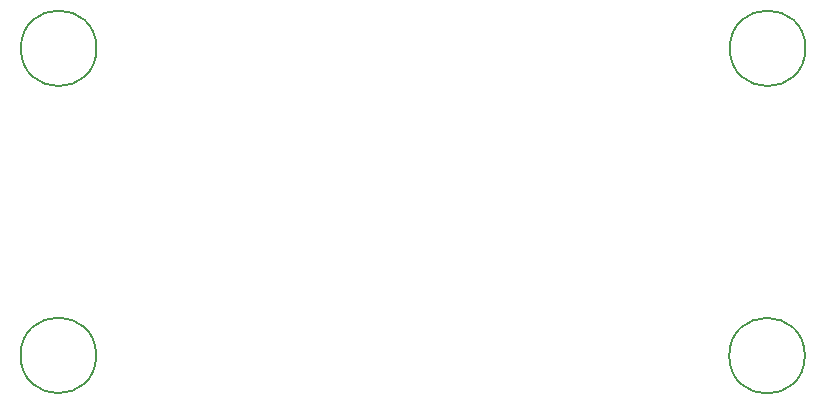
<source format=gbr>
%TF.GenerationSoftware,KiCad,Pcbnew,(6.0.9)*%
%TF.CreationDate,2022-12-26T19:41:24-09:00*%
%TF.ProjectId,PCB_ KY-58 PANEL,5043422c-204b-4592-9d35-382050414e45,rev?*%
%TF.SameCoordinates,Original*%
%TF.FileFunction,Other,Comment*%
%FSLAX46Y46*%
G04 Gerber Fmt 4.6, Leading zero omitted, Abs format (unit mm)*
G04 Created by KiCad (PCBNEW (6.0.9)) date 2022-12-26 19:41:24*
%MOMM*%
%LPD*%
G01*
G04 APERTURE LIST*
%ADD10C,0.150000*%
G04 APERTURE END LIST*
D10*
%TO.C,REF\u002A\u002A*%
X119200000Y-112000000D02*
G75*
G03*
X119200000Y-112000000I-3200000J0D01*
G01*
X179175000Y-138025000D02*
G75*
G03*
X179175000Y-138025000I-3200000J0D01*
G01*
X119175000Y-138000000D02*
G75*
G03*
X119175000Y-138000000I-3200000J0D01*
G01*
X179225000Y-112000000D02*
G75*
G03*
X179225000Y-112000000I-3200000J0D01*
G01*
%TD*%
M02*

</source>
